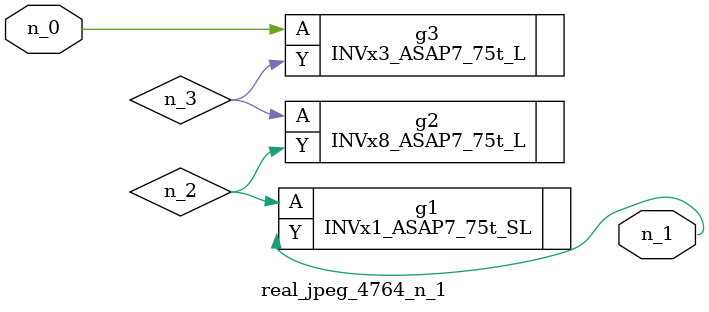
<source format=v>
module real_jpeg_4764_n_1 (n_0, n_1);

input n_0;

output n_1;

wire n_3;
wire n_2;

INVx3_ASAP7_75t_L g3 ( 
.A(n_0),
.Y(n_3)
);

INVx1_ASAP7_75t_SL g1 ( 
.A(n_2),
.Y(n_1)
);

INVx8_ASAP7_75t_L g2 ( 
.A(n_3),
.Y(n_2)
);


endmodule
</source>
